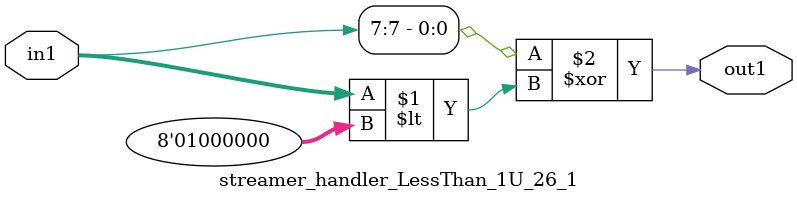
<source format=v>

`timescale 1ps / 1ps


module streamer_handler_LessThan_1U_26_1( in1, out1 );

    input [7:0] in1;
    output out1;

    
    // rtl_process:streamer_handler_LessThan_1U_26_1/streamer_handler_LessThan_1U_26_1_thread_1
    assign out1 = (in1[7] ^ in1 < 8'd064);

endmodule


</source>
